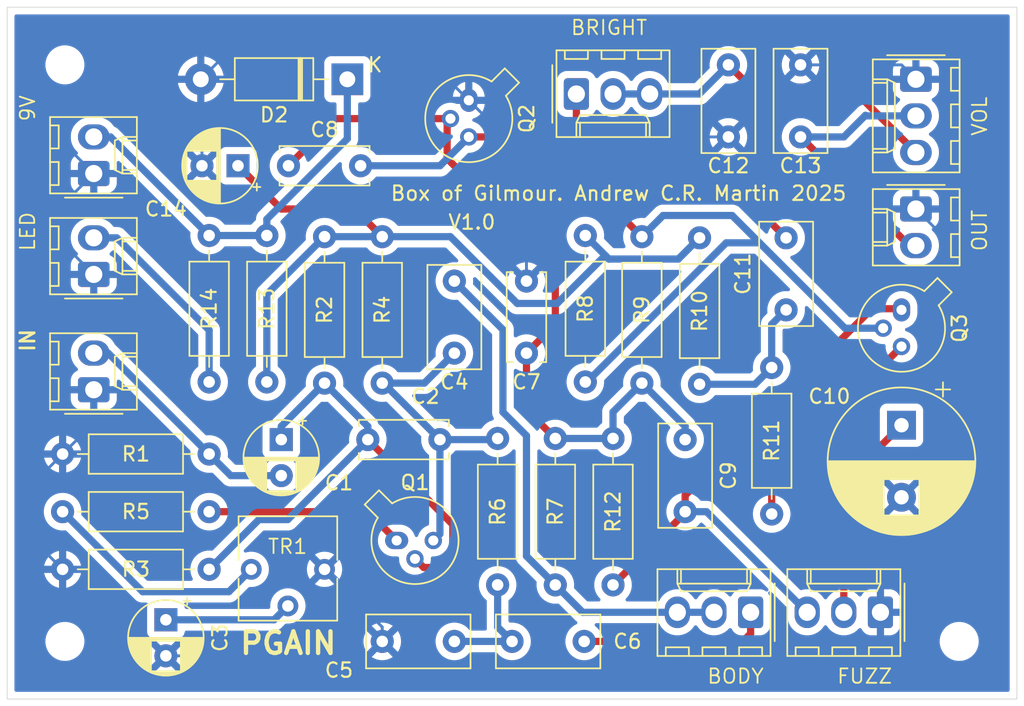
<source format=kicad_pcb>
(kicad_pcb (version 20241229) (generator "pcbnew") (generator_version "9.0")
  (layers (0 "F.Cu" signal) (2 "B.Cu" signal) (13 "F.Paste" user) (15 "B.Paste" user) (5 "F.SilkS" user "F.Silkscreen") (7 "B.SilkS" user "B.Silkscreen") (1 "F.Mask" user) (3 "B.Mask" user) (25 "Edge.Cuts" user))
  (net 0 "")
  (net 1 "Net-(J6-Pin_2)")
  (net 2 "Net-(Q1-B)")
  (net 3 "Net-(Q1-C)")
  (net 4 "Earth")
  (net 5 "Net-(C3-Pad1)")
  (net 6 "Net-(J1-Pin_2)")
  (net 7 "Net-(C5-Pad2)")
  (net 8 "Net-(J1-Pin_1)")
  (net 9 "Net-(Q2-B)")
  (net 10 "Net-(Q2-C)")
  (net 11 "Net-(J3-Pin_3)")
  (net 12 "Net-(J3-Pin_2)")
  (net 13 "Net-(J2-Pin_1)")
  (net 14 "Net-(C11-Pad1)")
  (net 15 "Net-(J2-Pin_2)")
  (net 16 "Net-(J4-Pin_2)")
  (net 17 "Net-(C14-Pad1)")
  (net 18 "+9V")
  (net 19 "Net-(J5-Pin_2)")
  (net 20 "Net-(Q1-E)")
  (net 21 "Net-(Q3-C)")
  (net 22 "Net-(R5-Pad2)")
  (footprint "Capacitor_THT:C_Disc_D6.0mm_W2.5mm_P5.00mm" (layer "F.Cu") (at 128 72 90)
    (property "Reference" "C7" (at -2 0 0) (layer "F.SilkS"))
    (property "Value" "470pF")
    (pad "1" thru_hole circle (at 0 0 90) (size 1.6 1.6) (drill 0.8) (layers "*.Cu" "*.Mask") (net 9 "Net-(Q2-B)"))
    (pad "2" thru_hole circle (at 5 0 90) (size 1.6 1.6) (drill 0.8) (layers "*.Cu" "*.Mask") (net 4 "Earth"))
  )
  (footprint "Resistor_THT:R_Axial_DIN0207_L6.3mm_D2.5mm_P10.16mm_Horizontal" (layer "F.Cu") (at 126 77.92 -90)
    (property "Reference" "R6" (at 5.08 0 90) (layer "F.SilkS"))
    (property "Value" "820R")
    (pad "1" thru_hole circle (at 0 0 270) (size 1.6 1.6) (drill 0.8) (layers "*.Cu" "*.Mask") (net 3 "Net-(Q1-C)"))
    (pad "2" thru_hole oval (at 10.16 0 270) (size 1.6 1.6) (drill 0.8) (layers "*.Cu" "*.Mask") (net 7 "Net-(C5-Pad2)"))
  )
  (footprint "Resistor_THT:R_Axial_DIN0207_L6.3mm_D2.5mm_P10.16mm_Horizontal" (layer "F.Cu") (at 106 63.84 -90)
    (property "Reference" "R14" (at 5.08 0 90) (layer "F.SilkS"))
    (property "Value" "R")
    (pad "1" thru_hole circle (at 0 0 270) (size 1.6 1.6) (drill 0.8) (layers "*.Cu" "*.Mask") (net 18 "+9V"))
    (pad "2" thru_hole oval (at 10.16 0 270) (size 1.6 1.6) (drill 0.8) (layers "*.Cu" "*.Mask") (net 19 "Net-(J5-Pin_2)"))
  )
  (footprint "Capacitor_THT:CP_Radial_D10.0mm_P5.00mm" (layer "F.Cu") (at 154 77 -90)
    (property "Reference" "C10" (at -2 5 0) (layer "F.SilkS"))
    (property "Value" "220uF")
    (pad "1" thru_hole rect (at 0 0 270) (size 2 2) (drill 1) (layers "*.Cu" "*.Mask") (net 12 "Net-(J3-Pin_2)"))
    (pad "2" thru_hole circle (at 5 0 270) (size 2 2) (drill 1) (layers "*.Cu" "*.Mask") (net 4 "Earth"))
  )
  (footprint "Resistor_THT:R_Axial_DIN0207_L6.3mm_D2.5mm_P10.16mm_Horizontal" (layer "F.Cu") (at 118 63.92 -90)
    (property "Reference" "R4" (at 5.08 0 90) (layer "F.SilkS"))
    (property "Value" "10K")
    (pad "1" thru_hole circle (at 0 0 270) (size 1.6 1.6) (drill 0.8) (layers "*.Cu" "*.Mask") (net 17 "Net-(C14-Pad1)"))
    (pad "2" thru_hole oval (at 10.16 0 270) (size 1.6 1.6) (drill 0.8) (layers "*.Cu" "*.Mask") (net 3 "Net-(Q1-C)"))
  )
  (footprint "Connector_Molex:Molex_KK-254_AE-6410-03A_1x03_P2.54mm_Vertical" (layer "F.Cu") (at 155 53 -90)
    (property "Reference" "J4" (hide yes))
    (property "Value" "Conn_01x03_Pin")
    (pad "1" thru_hole roundrect (at 0 0 270) (size 1.74 2.19) (drill 1.19) (layers "*.Cu" "*.Mask") (roundrect_rratio 0.143678) (net 4 "Earth"))
    (pad "2" thru_hole oval (at 2.54 0 270) (size 1.74 2.19) (drill 1.19) (layers "*.Cu" "*.Mask") (net 16 "Net-(J4-Pin_2)"))
    (pad "3" thru_hole oval (at 5.08 0 270) (size 1.74 2.19) (drill 1.19) (layers "*.Cu" "*.Mask") (net 15 "Net-(J2-Pin_2)"))
  )
  (footprint "Connector_Molex:Molex_KK-254_AE-6410-02A_1x02_P2.54mm_Vertical" (layer "F.Cu") (at 98 74.54 90)
    (property "Reference" "J6" (hide yes))
    (property "Value" "Conn_01x02_Pin")
    (pad "1" thru_hole roundrect (at 0 0 90) (size 1.74 2.19) (drill 1.19) (layers "*.Cu" "*.Mask") (roundrect_rratio 0.143678) (net 4 "Earth"))
    (pad "2" thru_hole oval (at 2.54 0 90) (size 1.74 2.19) (drill 1.19) (layers "*.Cu" "*.Mask") (net 1 "Net-(J6-Pin_2)"))
  )
  (footprint "Capacitor_THT:CP_Radial_D5.0mm_P2.50mm" (layer "F.Cu") (at 111 78 -90)
    (property "Reference" "C1" (at 3 -4 0) (layer "F.SilkS"))
    (property "Value" "10uF")
    (pad "1" thru_hole rect (at 0 0 270) (size 1.6 1.6) (drill 0.8) (layers "*.Cu" "*.Mask") (net 2 "Net-(Q1-B)"))
    (pad "2" thru_hole circle (at 2.5 0 270) (size 1.6 1.6) (drill 0.8) (layers "*.Cu" "*.Mask") (net 1 "Net-(J6-Pin_2)"))
  )
  (footprint "Package_TO_SOT_THT:TO-18-3" (layer "F.Cu") (at 119 85)
    (property "Reference" "Q1" (at 1.27 -4.02 0) (layer "F.SilkS"))
    (property "Value" "BC109")
    (pad "1" thru_hole oval (at 0 0) (size 1.6 1.2) (drill 0.7) (layers "*.Cu" "*.Mask") (net 20 "Net-(Q1-E)"))
    (pad "2" thru_hole circle (at 1.27 1.27) (size 1.2 1.2) (drill 0.7) (layers "*.Cu" "*.Mask") (net 2 "Net-(Q1-B)"))
    (pad "3" thru_hole circle (at 2.54 0) (size 1.2 1.2) (drill 0.7) (layers "*.Cu" "*.Mask") (net 3 "Net-(Q1-C)"))
  )
  (footprint "Capacitor_THT:C_Rect_L7.0mm_W3.5mm_P5.00mm" (layer "F.Cu") (at 123 72 90)
    (property "Reference" "C4" (at -2 0 0) (layer "F.SilkS"))
    (property "Value" "5.6nF")
    (pad "1" thru_hole circle (at 0 0 90) (size 1.6 1.6) (drill 0.8) (layers "*.Cu" "*.Mask") (net 3 "Net-(Q1-C)"))
    (pad "2" thru_hole circle (at 5 0 90) (size 1.6 1.6) (drill 0.8) (layers "*.Cu" "*.Mask") (net 6 "Net-(J1-Pin_2)"))
  )
  (footprint "Diode_THT:D_DO-41_SOD81_P10.16mm_Horizontal" (layer "F.Cu") (at 115.58 53 180)
    (property "Reference" "D2" (at 5.08 -2.47 0) (layer "F.SilkS"))
    (property "Value" "1N4001")
    (fp_text user "K" (at -1.92 1 0) (layer "F.SilkS"))
    (pad "1" thru_hole rect (at 0 0 180) (size 2.2 2.2) (drill 1.1) (layers "*.Cu" "*.Mask") (net 18 "+9V"))
    (pad "2" thru_hole oval (at 10.16 0 180) (size 2.2 2.2) (drill 1.1) (layers "*.Cu" "*.Mask") (net 4 "Earth"))
  )
  (footprint "Capacitor_THT:C_Rect_L7.0mm_W3.5mm_P5.00mm" (layer "F.Cu") (at 146 69 90)
    (property "Reference" "C11" (at 2.5 -3 90) (layer "F.SilkS"))
    (property "Value" "15nF")
    (pad "1" thru_hole circle (at 0 0 90) (size 1.6 1.6) (drill 0.8) (layers "*.Cu" "*.Mask") (net 14 "Net-(C11-Pad1)"))
    (pad "2" thru_hole circle (at 5 0 90) (size 1.6 1.6) (drill 0.8) (layers "*.Cu" "*.Mask") (net 13 "Net-(J2-Pin_1)"))
  )
  (footprint "Connector_Molex:Molex_KK-254_AE-6410-03A_1x03_P2.54mm_Vertical" (layer "F.Cu") (at 131.46 54.02)
    (property "Reference" "J2" (hide yes))
    (property "Value" "Conn_01x03_Pin")
    (pad "1" thru_hole roundrect (at 0 0) (size 1.74 2.19) (drill 1.19) (layers "*.Cu" "*.Mask") (roundrect_rratio 0.143678) (net 13 "Net-(J2-Pin_1)"))
    (pad "2" thru_hole oval (at 2.54 0) (size 1.74 2.19) (drill 1.19) (layers "*.Cu" "*.Mask") (net 15 "Net-(J2-Pin_2)"))
    (pad "3" thru_hole oval (at 5.08 0) (size 1.74 2.19) (drill 1.19) (layers "*.Cu" "*.Mask") (net 15 "Net-(J2-Pin_2)"))
  )
  (footprint "Connector_Molex:Molex_KK-254_AE-6410-03A_1x03_P2.54mm_Vertical" (layer "F.Cu") (at 152.54 89.98 180)
    (property "Reference" "J3" (hide yes))
    (property "Value" "Conn_01x03_Pin")
    (pad "1" thru_hole roundrect (at 0 0 180) (size 1.74 2.19) (drill 1.19) (layers "*.Cu" "*.Mask") (roundrect_rratio 0.143678) (net 4 "Earth"))
    (pad "2" thru_hole oval (at 2.54 0 180) (size 1.74 2.19) (drill 1.19) (layers "*.Cu" "*.Mask") (net 12 "Net-(J3-Pin_2)"))
    (pad "3" thru_hole oval (at 5.08 0 180) (size 1.74 2.19) (drill 1.19) (layers "*.Cu" "*.Mask") (net 11 "Net-(J3-Pin_3)"))
  )
  (footprint "Capacitor_THT:C_Rect_L7.0mm_W3.5mm_P5.00mm" (layer "F.Cu") (at 147 57 90)
    (property "Reference" "C13" (at -2 0 0) (layer "F.SilkS"))
    (property "Value" "2.2nF")
    (pad "1" thru_hole circle (at 0 0 90) (size 1.6 1.6) (drill 0.8) (layers "*.Cu" "*.Mask") (net 16 "Net-(J4-Pin_2)"))
    (pad "2" thru_hole circle (at 5 0 90) (size 1.6 1.6) (drill 0.8) (layers "*.Cu" "*.Mask") (net 4 "Earth"))
  )
  (footprint "Connector_Molex:Molex_KK-254_AE-6410-03A_1x03_P2.54mm_Vertical" (layer "F.Cu") (at 143.54 89.98 180)
    (property "Reference" "J1" (hide yes))
    (property "Value" "Conn_01x03_Pin")
    (pad "1" thru_hole roundrect (at 0 0 180) (size 1.74 2.19) (drill 1.19) (layers "*.Cu" "*.Mask") (roundrect_rratio 0.143678) (net 8 "Net-(J1-Pin_1)"))
    (pad "2" thru_hole oval (at 2.54 0 180) (size 1.74 2.19) (drill 1.19) (layers "*.Cu" "*.Mask") (net 6 "Net-(J1-Pin_2)"))
    (pad "3" thru_hole oval (at 5.08 0 180) (size 1.74 2.19) (drill 1.19) (layers "*.Cu" "*.Mask") (net 6 "Net-(J1-Pin_2)"))
  )
  (footprint "Resistor_THT:R_Axial_DIN0207_L6.3mm_D2.5mm_P10.16mm_Horizontal" (layer "F.Cu") (at 134 77.92 -90)
    (property "Reference" "R12" (at 5.08 0 90) (layer "F.SilkS"))
    (property "Value" "56K")
    (pad "1" thru_hole circle (at 0 0 270) (size 1.6 1.6) (drill 0.8) (layers "*.Cu" "*.Mask") (net 9 "Net-(Q2-B)"))
    (pad "2" thru_hole oval (at 10.16 0 270) (size 1.6 1.6) (drill 0.8) (layers "*.Cu" "*.Mask") (net 11 "Net-(J3-Pin_3)"))
  )
  (footprint "Capacitor_THT:CP_Radial_D5.0mm_P2.50mm" (layer "F.Cu") (at 103 90.5 -90)
    (property "Reference" "C3" (at 1.25 -3.75 90) (layer "F.SilkS"))
    (property "Value" "22uF")
    (pad "1" thru_hole rect (at 0 0 270) (size 1.6 1.6) (drill 0.8) (layers "*.Cu" "*.Mask") (net 5 "Net-(C3-Pad1)"))
    (pad "2" thru_hole circle (at 2.5 0 270) (size 1.6 1.6) (drill 0.8) (layers "*.Cu" "*.Mask") (net 4 "Earth"))
  )
  (footprint "Resistor_THT:R_Axial_DIN0207_L6.3mm_D2.5mm_P10.16mm_Horizontal" (layer "F.Cu") (at 110 63.84 -90)
    (property "Reference" "R13" (at 5.08 0 90) (layer "F.SilkS"))
    (property "Value" "100R")
    (pad "1" thru_hole circle (at 0 0 270) (size 1.6 1.6) (drill 0.8) (layers "*.Cu" "*.Mask") (net 18 "+9V"))
    (pad "2" thru_hole oval (at 10.16 0 270) (size 1.6 1.6) (drill 0.8) (layers "*.Cu" "*.Mask") (net 17 "Net-(C14-Pad1)"))
  )
  (footprint "Capacitor_THT:CP_Radial_D5.0mm_P2.50mm" (layer "F.Cu") (at 108 59 180)
    (property "Reference" "C14" (at 5 -3 0) (layer "F.SilkS"))
    (property "Value" "100uF")
    (pad "1" thru_hole rect (at 0 0 180) (size 1.6 1.6) (drill 0.8) (layers "*.Cu" "*.Mask") (net 17 "Net-(C14-Pad1)"))
    (pad "2" thru_hole circle (at 2.5 0 180) (size 1.6 1.6) (drill 0.8) (layers "*.Cu" "*.Mask") (net 4 "Earth"))
  )
  (footprint "Capacitor_THT:C_Rect_L7.0mm_W3.5mm_P5.00mm" (layer "F.Cu") (at 142 52 -90)
    (property "Reference" "C12" (at 7 0 0) (layer "F.SilkS"))
    (property "Value" "3.3nF")
    (pad "1" thru_hole circle (at 0 0 270) (size 1.6 1.6) (drill 0.8) (layers "*.Cu" "*.Mask") (net 15 "Net-(J2-Pin_2)"))
    (pad "2" thru_hole circle (at 5 0 270) (size 1.6 1.6) (drill 0.8) (layers "*.Cu" "*.Mask") (net 4 "Earth"))
  )
  (footprint "Potentiometer_THT:Potentiometer_Vishay_T73YP_Vertical" (layer "F.Cu") (at 108.92 87 -90)
    (property "Reference" "TR1(PGAIN)1" (hide yes))
    (property "Value" "2K")
    (pad "1" thru_hole circle (at 0 0 270) (size 1.44 1.44) (drill 0.8) (layers "*.Cu" "*.Mask") (net 22 "Net-(R5-Pad2)"))
    (pad "2" thru_hole circle (at 2.54 -2.54 270) (size 1.44 1.44) (drill 0.8) (layers "*.Cu" "*.Mask") (net 5 "Net-(C3-Pad1)"))
    (pad "3" thru_hole circle (at 0 -5.08 270) (size 1.44 1.44) (drill 0.8) (layers "*.Cu" "*.Mask") (net 4 "Earth"))
  )
  (footprint "Resistor_THT:R_Axial_DIN0207_L6.3mm_D2.5mm_P10.16mm_Horizontal" (layer "F.Cu") (at 140 64 -90)
    (property "Reference" "R10" (at 5.08 0 90) (layer "F.SilkS"))
    (property "Value" "2K7")
    (pad "1" thru_hole circle (at 0 0 270) (size 1.6 1.6) (drill 0.8) (layers "*.Cu" "*.Mask") (net 17 "Net-(C14-Pad1)"))
    (pad "2" thru_hole oval (at 10.16 0 270) (size 1.6 1.6) (drill 0.8) (layers "*.Cu" "*.Mask") (net 14 "Net-(C11-Pad1)"))
  )
  (footprint "Connector_Molex:Molex_KK-254_AE-6410-02A_1x02_P2.54mm_Vertical" (layer "F.Cu") (at 98 59.54 90)
    (property "Reference" "J10" (hide yes))
    (property "Value" "Conn_01x02_Pin")
    (pad "1" thru_hole roundrect (at 0 0 90) (size 1.74 2.19) (drill 1.19) (layers "*.Cu" "*.Mask") (roundrect_rratio 0.143678) (net 4 "Earth"))
    (pad "2" thru_hole oval (at 2.54 0 90) (size 1.74 2.19) (drill 1.19) (layers "*.Cu" "*.Mask") (net 18 "+9V"))
  )
  (footprint "MountingHole:MountingHole_2.2mm_M2" (layer "F.Cu") (at 158 92)
    (property "Reference" "REF**" (hide yes))
    (property "Value" "MountingHole_2.2mm_M2" (hide yes))
    (pad "" np_thru_hole circle (at 0 0) (size 2.2 2.2) (drill 2.2) (layers "*.Cu" "*.Mask"))
  )
  (footprint "Connector_Molex:Molex_KK-254_AE-6410-02A_1x02_P2.54mm_Vertical" (layer "F.Cu") (at 155 62 -90)
    (property "Reference" "J7" (hide yes))
    (property "Value" "Conn_01x02_Pin")
    (pad "1" thru_hole roundrect (at 0 0 270) (size 1.74 2.19) (drill 1.19) (layers "*.Cu" "*.Mask") (roundrect_rratio 0.143678) (net 4 "Earth"))
    (pad "2" thru_hole oval (at 2.54 0 270) (size 1.74 2.19) (drill 1.19) (layers "*.Cu" "*.Mask") (net 16 "Net-(J4-Pin_2)"))
  )
  (footprint "Package_TO_SOT_THT:TO-18-3" (layer "F.Cu") (at 154 69 -90)
    (property "Reference" "Q3" (at 1.27 -4.02 90) (layer "F.SilkS"))
    (property "Value" "BC109")
    (pad "1" thru_hole oval (at 0 0 270) (size 1.6 1.2) (drill 0.7) (layers "*.Cu" "*.Mask") (net 11 "Net-(J3-Pin_3)"))
    (pad "2" thru_hole circle (at 1.27 1.27 270) (size 1.2 1.2) (drill 0.7) (layers "*.Cu" "*.Mask") (net 10 "Net-(Q2-C)"))
    (pad "3" thru_hole circle (at 2.54 0 270) (size 1.2 1.2) (drill 0.7) (layers "*.Cu" "*.Mask") (net 21 "Net-(Q3-C)"))
  )
  (footprint "Capacitor_THT:C_Rect_L7.0mm_W3.5mm_P5.00mm" (layer "F.Cu") (at 118 92)
    (property "Reference" "C5" (at -3 2 0) (layer "F.SilkS"))
    (property "Value" "4.7nF")
    (pad "1" thru_hole circle (at 0 0) (size 1.6 1.6) (drill 0.8) (layers "*.Cu" "*.Mask") (net 4 "Earth"))
    (pad "2" thru_hole circle (at 5 0) (size 1.6 1.6) (drill 0.8) (layers "*.Cu" "*.Mask") (net 7 "Net-(C5-Pad2)"))
  )
  (footprint "Capacitor_THT:C_Disc_D6.0mm_W2.5mm_P5.00mm" (layer "F.Cu") (at 117 78)
    (property "Reference" "C2" (at 4 -3 0) (layer "F.SilkS"))
    (property "Value" "100pF")
    (pad "1" thru_hole circle (at 0 0) (size 1.6 1.6) (drill 0.8) (layers "*.Cu" "*.Mask") (net 2 "Net-(Q1-B)"))
    (pad "2" thru_hole circle (at 5 0) (size 1.6 1.6) (drill 0.8) (layers "*.Cu" "*.Mask") (net 3 "Net-(Q1-C)"))
  )
  (footprint "Capacitor_THT:C_Rect_L7.0mm_W3.5mm_P5.00mm" (layer "F.Cu") (at 127 92)
    (property "Reference" "C6" (at 8 0 0) (layer "F.SilkS"))
    (property "Value" "220nF")
    (pad "1" thru_hole circle (at 0 0) (size 1.6 1.6) (drill 0.8) (layers "*.Cu" "*.Mask") (net 7 "Net-(C5-Pad2)"))
    (pad "2" thru_hole circle (at 5 0) (size 1.6 1.6) (drill 0.8) (layers "*.Cu" "*.Mask") (net 8 "Net-(J1-Pin_1)"))
  )
  (footprint "Resistor_THT:R_Axial_DIN0207_L6.3mm_D2.5mm_P10.16mm_Horizontal" (layer "F.Cu") (at 136 74.08 90)
    (property "Reference" "R9" (at 5.08 0 90) (layer "F.SilkS"))
    (property "Value" "100K")
    (pad "1" thru_hole circle (at 0 0 90) (size 1.6 1.6) (drill 0.8) (layers "*.Cu" "*.Mask") (net 9 "Net-(Q2-B)"))
    (pad "2" thru_hole oval (at 10.16 0 90) (size 1.6 1.6) (drill 0.8) (layers "*.Cu" "*.Mask") (net 10 "Net-(Q2-C)"))
  )
  (footprint "MountingHole:MountingHole_2.2mm_M2" (layer "F.Cu") (at 96 92)
    (property "Reference" "REF**" (hide yes))
    (property "Value" "MountingHole_2.2mm_M2" (hide yes))
    (pad "" np_thru_hole circle (at 0 0) (size 2.2 2.2) (drill 2.2) (layers "*.Cu" "*.Mask"))
  )
  (footprint "Resistor_THT:R_Axial_DIN0207_L6.3mm_D2.5mm_P10.16mm_Horizontal" (layer "F.Cu") (at 114 63.92 -90)
    (property "Reference" "R2" (at 5.08 0 90) (layer "F.SilkS"))
    (property "Value" "270K")
    (pad "1" thru_hole circle (at 0 0 270) (size 1.6 1.6) (drill 0.8) (layers "*.Cu" "*.Mask") (net 17 "Net-(C14-Pad1)"))
    (pad "2" thru_hole oval (at 10.16 0 270) (size 1.6 1.6) (drill 0.8) (layers "*.Cu" "*.Mask") (net 2 "Net-(Q1-B)"))
  )
  (footprint "Resistor_THT:R_Axial_DIN0207_L6.3mm_D2.5mm_P10.16mm_Horizontal" (layer "F.Cu") (at 132.08 74 90)
    (property "Reference" "R8" (at 5.08 0 90) (layer "F.SilkS"))
    (property "Value" "56K")
    (pad "1" thru_hole circle (at 0 0 90) (size 1.6 1.6) (drill 0.8) (layers "*.Cu" "*.Mask") (net 10 "Net-(Q2-C)"))
    (pad "2" thru_hole oval (at 10.16 0 90) (size 1.6 1.6) (drill 0.8) (layers "*.Cu" "*.Mask") (net 17 "Net-(C14-Pad1)"))
  )
  (footprint "Capacitor_THT:C_Disc_D6.0mm_W2.5mm_P5.00mm" (layer "F.Cu") (at 111.5 59)
    (property "Reference" "C8" (at 2.5 -2.5 0) (layer "F.SilkS"))
    (property "Value" "220pF")
    (pad "1" thru_hole circle (at 0 0) (size 1.6 1.6) (drill 0.8) (layers "*.Cu" "*.Mask") (net 9 "Net-(Q2-B)"))
    (pad "2" thru_hole circle (at 5 0) (size 1.6 1.6) (drill 0.8) (layers "*.Cu" "*.Mask") (net 10 "Net-(Q2-C)"))
  )
  (footprint "Resistor_THT:R_Axial_DIN0207_L6.3mm_D2.5mm_P10.16mm_Horizontal" (layer "F.Cu") (at 106 83 180)
    (property "Reference" "R5" (at 5.08 0 0) (layer "F.SilkS"))
    (property "Value" "100R")
    (pad "1" thru_hole circle (at 0 0 180) (size 1.6 1.6) (drill 0.8) (layers "*.Cu" "*.Mask") (net 20 "Net-(Q1-E)"))
    (pad "2" thru_hole oval (at 10.16 0 180) (size 1.6 1.6) (drill 0.8) (layers "*.Cu" "*.Mask") (net 22 "Net-(R5-Pad2)"))
  )
  (footprint "MountingHole:MountingHole_2.2mm_M2" (layer "F.Cu") (at 96 52)
    (property "Reference" "REF**" (hide yes))
    (property "Value" "MountingHole_2.2mm_M2" (hide yes))
    (pad "" np_thru_hole circle (at 0 0) (size 2.2 2.2) (drill 2.2) (layers "*.Cu" "*.Mask"))
  )
  (footprint "Capacitor_THT:C_Rect_L7.0mm_W3.5mm_P5.00mm" (layer "F.Cu") (at 139 78 -90)
    (property "Reference" "C9" (at 2.5 -3 90) (layer "F.SilkS"))
    (property "Value" "220pF")
    (pad "1" thru_hole circle (at 0 0 270) (size 1.6 1.6) (drill 0.8) (layers "*.Cu" "*.Mask") (net 9 "Net-(Q2-B)"))
    (pad "2" thru_hole circle (at 5 0 270) (size 1.6 1.6) (drill 0.8) (layers "*.Cu" "*.Mask") (net 11 "Net-(J3-Pin_3)"))
  )
  (footprint "Package_TO_SOT_THT:TO-18-3" (layer "F.Cu") (at 124 54.46 -90)
    (property "Reference" "Q2" (at 1.27 -4.02 90) (layer "F.SilkS"))
    (property "Value" "BC109")
    (pad "1" thru_hole oval (at 0 0 270) (size 1.6 1.2) (drill 0.7) (layers "*.Cu" "*.Mask") (net 4 "Earth"))
    (pad "2" thru_hole circle (at 1.27 1.27 270) (size 1.2 1.2) (drill 0.7) (layers "*.Cu" "*.Mask") (net 9 "Net-(Q2-B)"))
    (pad "3" thru_hole circle (at 2.54 0 270) (size 1.2 1.2) (drill 0.7) (layers "*.Cu" "*.Mask") (net 10 "Net-(Q2-C)"))
  )
  (footprint "Connector_Molex:Molex_KK-254_AE-6410-02A_1x02_P2.54mm_Vertical" (layer "F.Cu") (at 98 66.54 90)
    (property "Reference" "J5" (hide yes))
    (property "Value" "Conn_01x02_Pin")
    (pad "1" thru_hole roundrect (at 0 0 90) (size 1.74 2.19) (drill 1.19) (layers "*.Cu" "*.Mask") (roundrect_rratio 0.143678) (net 4 "Earth"))
    (pad "2" thru_hole oval (at 2.54 0 90) (size 1.74 2.19) (drill 1.19) (layers "*.Cu" "*.Mask") (net 19 "Net-(J5-Pin_2)"))
  )
  (footprint "Resistor_THT:R_Axial_DIN0207_L6.3mm_D2.5mm_P10.16mm_Horizontal" (layer "F.Cu") (at 145 73 -90)
    (property "Reference" "R11" (at 5.08 0 90) (layer "F.SilkS"))
    (property "Value" "10K")
    (pad "1" thru_hole circle (at 0 0 270) (size 1.6 1.6) (drill 0.8) (layers "*.Cu" "*.Mask") (net 14 "Net-(C11-Pad1)"))
    (pad "2" thru_hole oval (at 10.16 0 270) (size 1.6 1.6) (drill 0.8) (layers "*.Cu" "*.Mask") (net 21 "Net-(Q3-C)"))
  )
  (footprint "Resistor_THT:R_Axial_DIN0207_L6.3mm_D2.5mm_P10.16mm_Horizontal" (layer "F.Cu") (at 106 87 180)
    (property "Reference" "R3" (at 5.08 0 0) (layer "F.SilkS"))
    (property "Value" "100K")
    (pad "1" thru_hole circle (at 0 0 180) (size 1.6 1.6) (drill 0.8) (layers "*.Cu" "*.Mask") (net 2 "Net-(Q1-B)"))
    (pad "2" thru_hole oval (at 10.16 0 180) (size 1.6 1.6) (drill 0.8) (layers "*.Cu" "*.Mask") (net 4 "Earth"))
  )
  (footprint "Resistor_THT:R_Axial_DIN0207_L6.3mm_D2.5mm_P10.16mm_Horizontal" (layer "F.Cu") (at 130 88.08 90)
    (property "Reference" "R7" (at 5.08 0 90) (layer "F.SilkS"))
    (property "Value" "100R")
    (pad "1" thru_hole circle (at 0 0 90) (size 1.6 1.6) (drill 0.8) (layers "*.Cu" "*.Mask") (net 6 "Net-(J1-Pin_2)"))
    (pad "2" thru_hole oval (at 10.16 0 90) (size 1.6 1.6) (drill 0.8) (layers "*.Cu" "*.Mask") (net 9 "Net-(Q2-B)"))
  )
  (footprint "Resistor_THT:R_Axial_DIN0207_L6.3mm_D2.5mm_P10.16mm_Horizontal" (layer "F.Cu") (at 106 79 180)
    (property "Reference" "R1" (at 5.08 0 0) (layer "F.SilkS"))
    (property "Value" "1M")
    (pad "1" thru_hole circle (at 0 0 180) (size 1.6 1.6) (drill 0.8) (layers "*.Cu" "*.Mask") (net 1 "Net-(J6-Pin_2)"))
    (pad "2" thru_hole oval (at 10.16 0 180) (size 1.6 1.6) (drill 0.8) (layers "*.Cu" "*.Mask") (net 4 "Earth"))
  )
  (gr_rect (start 92 48) (end 162 96) (stroke (width 0.05)) (fill no) (layer "Edge.Cuts"))
  (gr_text "BRIGHT" (at 131 50 0) (layer "F.SilkS") (effects (font (size 1 1) (thickness 0.125)) (justify left bottom)))
  (gr_text "OUT" (at 160 65 90) (layer "F.SilkS") (effects (font (size 1 1) (thickness 0.125)) (justify left bottom)))
  (gr_text "FUZZ" (at 149.46 95 0) (layer "F.SilkS") (effects (font (size 1 1) (thickness 0.125)) (justify left bottom)))
  (gr_text "VOL" (at 160 57 90) (layer "F.SilkS") (effects (font (size 1 1) (thickness 0.125)) (justify left bottom)))
  (gr_text "9V" (at 94 56 90) (layer "F.SilkS") (effects (font (size 1 1) (thickness 0.125)) (justify left bottom)))
  (gr_text "Box of Gilmour. Andrew C.R. Martin 2025" (at 118.5 61.5 0) (layer "F.SilkS") (effects (font (size 1 1)) (justify left bottom)))
  (gr_text "PGAIN" (at 108 93 0) (layer "F.SilkS") (effects (font (size 1.5 1.5) (thickness 0.3) (bold yes)) (justify left bottom)))
  (gr_text "V1.0" (at 122.5 63.5 0) (layer "F.SilkS") (effects (font (size 1 1)) (justify left bottom)))
  (gr_text "LED" (at 94 65 90) (layer "F.SilkS") (effects (font (size 1 1) (thickness 0.125)) (justify left bottom)))
  (gr_text "IN" (at 94 72 90) (layer "F.SilkS") (effects (font (size 1 1) (thickness 0.1875)) (justify left bottom)))
  (gr_text "BODY" (at 140.46 95 0) (layer "F.SilkS") (effects (font (size 1 1) (thickness 0.125)) (justify left bottom)))
  (gr_text "TR1" (at 110 86 0) (layer "F.SilkS") (effects (font (size 1 1) (thickness 0.125)) (justify left bottom)))
  (segment (start 98 72) (end 99 72) (width 0.5) (layer "B.Cu") (net 1))
  (segment (start 99 72) (end 106 79) (width 0.5) (layer "B.Cu") (net 1))
  (segment (start 107.5 80.5) (end 111 80.5) (width 0.5) (layer "B.Cu") (net 1))
  (segment (start 106 79) (end 107.5 80.5) (width 0.5) (layer "B.Cu") (net 1))
  (segment (start 122.891 83.891) (end 122.891 85.559603) (width 0.5) (layer "F.Cu") (net 2))
  (segment (start 122.891 85.559603) (end 121.580603 86.87) (width 0.5) (layer "F.Cu") (net 2))
  (segment (start 117 78) (end 122.891 83.891) (width 0.5) (layer "F.Cu") (net 2))
  (segment (start 120.87 86.87) (end 120.27 86.27) (width 0.5) (layer "F.Cu") (net 2))
  (segment (start 121.580603 86.87) (end 120.87 86.87) (width 0.5) (layer "F.Cu") (net 2))
  (segment (start 109.449 83.551) (end 111.449 83.551) (width 0.5) (layer "B.Cu") (net 2))
  (segment (start 106 87) (end 109.449 83.551) (width 0.5) (layer "B.Cu") (net 2))
  (segment (start 111 77.08) (end 114 74.08) (width 0.5) (layer "B.Cu") (net 2))
  (segment (start 111.449 83.551) (end 117 78) (width 0.5) (layer "B.Cu") (net 2))
  (segment (start 111 78) (end 111 77.08) (width 0.5) (layer "B.Cu") (net 2))
  (segment (start 114 74.08) (end 117 77.08) (width 0.5) (layer "B.Cu") (net 2))
  (segment (start 117 77.08) (end 117 78) (width 0.5) (layer "B.Cu") (net 2))
  (segment (start 122 78) (end 118.08 74.08) (width 0.5) (layer "B.Cu") (net 3))
  (segment (start 118 74.08) (end 120.92 74.08) (width 0.5) (layer "B.Cu") (net 3))
  (segment (start 122 78) (end 125.92 78) (width 0.5) (layer "B.Cu") (net 3))
  (segment (start 120.92 74.08) (end 123 72) (width 0.5) (layer "B.Cu") (net 3))
  (segment (start 122 78) (end 122 84.54) (width 0.5) (layer "B.Cu") (net 3))
  (segment (start 125.92 78) (end 126 77.92) (width 0.5) (layer "B.Cu") (net 3))
  (segment (start 118.08 74.08) (end 118 74.08) (width 0.5) (layer "B.Cu") (net 3))
  (segment (start 122 84.54) (end 121.54 85) (width 0.5) (layer "B.Cu") (net 3))
  (segment (start 128 58.46) (end 129.46 57) (width 0.2) (layer "B.Cu") (net 4))
  (segment (start 155 53) (end 158.5 53) (width 0.2) (layer "B.Cu") (net 4))
  (segment (start 124 54.46) (end 128 58.46) (width 0.2) (layer "B.Cu") (net 4))
  (segment (start 107.92 50.5) (end 120.04 50.5) (width 0.5) (layer "B.Cu") (net 4))
  (segment (start 93.5 81.34) (end 93.5 84.66) (width 0.2) (layer "B.Cu") (net 4))
  (segment (start 98 66.54) (end 95.46 66.54) (width 0.2) (layer "B.Cu") (net 4))
  (segment (start 96 61.54) (end 96 64.54) (width 0.2) (layer "B.Cu") (net 4))
  (segment (start 95.46 66.54) (end 93.5 68.5) (width 0.2) (layer "B.Cu") (net 4))
  (segment (start 98 74.54) (end 95.04 74.54) (width 0.2) (layer "B.Cu") (net 4))
  (segment (start 105.5 59) (end 105.5 53.08) (width 0.2) (layer "B.Cu") (net 4))
  (segment (start 128 58.46) (end 128 67) (width 0.2) (layer "B.Cu") (net 4))
  (segment (start 118 91) (end 118 92) (width 0.2) (layer "B.Cu") (net 4))
  (segment (start 159 77) (end 154 82) (width 0.2) (layer "B.Cu") (net 4))
  (segment (start 98 59.54) (end 96.304 57.844) (width 0.2) (layer "B.Cu") (net 4))
  (segment (start 103 93) (end 117 93) (width 0.2) (layer "B.Cu") (net 4))
  (segment (start 159 61.5) (end 158.5 62) (width 0.2) (layer "B.Cu") (net 4))
  (segment (start 104.96 59.54) (end 105.5 59) (width 0.2) (layer "B.Cu") (net 4))
  (segment (start 97 87) (end 103 93) (width 0.2) (layer "B.Cu") (net 4))
  (segment (start 96 64.54) (end 98 66.54) (width 0.2) (layer "B.Cu") (net 4))
  (segment (start 105.5 53.08) (end 105.42 53) (width 0.2) (layer "B.Cu") (net 4))
  (segment (start 142 57) (end 147 52) (width 0.2) (layer "B.Cu") (net 4))
  (segment (start 154 82) (end 152.54 83.46) (width 0.2) (layer "B.Cu") (net 4))
  (segment (start 96.304 57.844) (end 96.304 56.390692) (width 0.2) (layer "B.Cu") (net 4))
  (segment (start 158.5 53) (end 159 53.5) (width 0.2) (layer "B.Cu") (net 4))
  (segment (start 95.84 79) (end 93.5 81.34) (width 0.2) (layer "B.Cu") (net 4))
  (segment (start 93.5 84.66) (end 95.84 87) (width 0.2) (layer "B.Cu") (net 4))
  (segment (start 114 87) (end 118 91) (width 0.2) (layer "B.Cu") (net 4))
  (segment (start 102.029 55.529) (end 105.5 59) (width 0.5) (layer "B.Cu") (net 4))
  (segment (start 98 76.84) (end 95.84 79) (width 0.2) (layer "B.Cu") (net 4))
  (segment (start 152.54 83.46) (end 152.54 89.98) (width 0.2) (layer "B.Cu") (net 4))
  (segment (start 147 52) (end 154 52) (width 0.2) (layer "B.Cu") (net 4))
  (segment (start 95.04 74.54) (end 93.5 73) (width 0.2) (layer "B.Cu") (net 4))
  (segment (start 95.84 87) (end 97 87) (width 0.2) (layer "B.Cu") (net 4))
  (segment (start 154 52) (end 155 53) (width 0.2) (layer "B.Cu") (net 4))
  (segment (start 98 74.54) (end 98 76.84) (width 0.2) (layer "B.Cu") (net 4))
  (segment (start 158.5 62) (end 155 62) (width 0.2) (layer "B.Cu") (net 4))
  (segment (start 93.5 68.5) (end 93.5 73) (width 0.2) (layer "B.Cu") (net 4))
  (segment (start 129.46 57) (end 142 57) (width 0.2) (layer "B.Cu") (net 4))
  (segment (start 159 66) (end 159 77) (width 0.2) (layer "B.Cu") (net 4))
  (segment (start 96.304 56.390692) (end 97.165692 55.529) (width 0.2) (layer "B.Cu") (net 4))
  (segment (start 97.165692 55.529) (end 102.029 55.529) (width 0.2) (layer "B.Cu") (net 4))
  (segment (start 105.42 53) (end 107.92 50.5) (width 0.2) (layer "B.Cu") (net 4))
  (segment (start 159 53.5) (end 159 61.5) (width 0.2) (layer "B.Cu") (net 4))
  (segment (start 120.04 50.5) (end 124 54.46) (width 0.2) (layer "B.Cu") (net 4))
  (segment (start 155 62) (end 159 66) (width 0.2) (layer "B.Cu") (net 4))
  (segment (start 117 93) (end 118 92) (width 0.2) (layer "B.Cu") (net 4))
  (segment (start 98 59.54) (end 96 61.54) (width 0.2) (layer "B.Cu") (net 4))
  (segment (start 103 90.5) (end 110.5 90.5) (width 0.5) (layer "B.Cu") (net 5))
  (segment (start 110.5 90.5) (end 111.46 89.54) (width 0.5) (layer "B.Cu") (net 5))
  (segment (start 126.369 76.095554) (end 128 77.726554) (width 0.5) (layer "B.Cu") (net 6))
  (segment (start 131.9 89.98) (end 138.46 89.98) (width 0.5) (layer "B.Cu") (net 6))
  (segment (start 130 88.08) (end 131.9 89.98) (width 0.5) (layer "B.Cu") (net 6))
  (segment (start 123 67) (end 126.369 70.369) (width 0.5) (layer "B.Cu") (net 6))
  (segment (start 126.369 70.369) (end 126.369 76.095554) (width 0.5) (layer "B.Cu") (net 6))
  (segment (start 138.46 89.98) (end 141 89.98) (width 0.5) (layer "B.Cu") (net 6))
  (segment (start 128 86.08) (end 130 88.08) (width 0.5) (layer "B.Cu") (net 6))
  (segment (start 128 77.726554) (end 128 86.08) (width 0.5) (layer "B.Cu") (net 6))
  (segment (start 126 91) (end 127 92) (width 0.5) (layer "B.Cu") (net 7))
  (segment (start 126 88.08) (end 126 91) (width 0.5) (layer "B.Cu") (net 7))
  (segment (start 123 92) (end 127 92) (width 0.5) (layer "B.Cu") (net 7))
  (segment (start 143.54 91.46) (end 143.54 89.98) (width 0.5) (layer "F.Cu") (net 8))
  (segment (start 132 92) (end 143 92) (width 0.5) (layer "F.Cu") (net 8))
  (segment (start 143 92) (end 143.54 91.46) (width 0.5) (layer "F.Cu") (net 8))
  (segment (start 122.5 58.5) (end 130 66) (width 0.5) (layer "F.Cu") (net 9))
  (segment (start 122.73 55.73) (end 122.5 55.96) (width 0.5) (layer "F.Cu") (net 9))
  (segment (start 128 72) (end 128 75.92) (width 0.5) (layer "F.Cu") (net 9))
  (segment (start 130 66) (end 130 70) (width 0.5) (layer "F.Cu") (net 9))
  (segment (start 130 70) (end 128 72) (width 0.5) (layer "F.Cu") (net 9))
  (segment (start 114.77 55.73) (end 122.73 55.73) (width 0.5) (layer "F.Cu") (net 9))
  (segment (start 122.5 55.96) (end 122.5 58.5) (width 0.5) (layer "F.Cu") (net 9))
  (segment (start 111.5 59) (end 114.77 55.73) (width 0.5) (layer "F.Cu") (net 9))
  (segment (start 128 75.92) (end 130 77.92) (width 0.5) (layer "F.Cu") (net 9))
  (segment (start 134 76.08) (end 136 74.08) (width 0.5) (layer "B.Cu") (net 9))
  (segment (start 130 77.92) (end 134 77.92) (width 0.5) (layer "B.Cu") (net 9))
  (segment (start 136 74.08) (end 139 77.08) (width 0.5) (layer "B.Cu") (net 9))
  (segment (start 134 77.92) (end 134 76.08) (width 0.5) (layer "B.Cu") (net 9))
  (segment (start 139 77.08) (end 139 78) (width 0.5) (layer "B.Cu") (net 9))
  (segment (start 129.08 57) (end 136 63.92) (width 0.5) (layer "F.Cu") (net 10))
  (segment (start 124 57) (end 129.08 57) (width 0.5) (layer "F.Cu") (net 10))
  (segment (start 132.08 74) (end 132.193446 74) (width 0.5) (layer "B.Cu") (net 10))
  (segment (start 116.5 59) (end 122 59) (width 0.5) (layer "B.Cu") (net 10))
  (segment (start 122 59) (end 124 57) (width 0.5) (layer "B.Cu") (net 10))
  (segment (start 141.846723 64.346723) (end 144.153277 64.346723) (width 0.5) (layer "B.Cu") (net 10))
  (segment (start 137.471 62.449) (end 142.255554 62.449) (width 0.5) (layer "B.Cu") (net 10))
  (segment (start 132.193446 74) (end 141.846723 64.346723) (width 0.5) (layer "B.Cu") (net 10))
  (segment (start 136 63.92) (end 137.471 62.449) (width 0.5) (layer "B.Cu") (net 10))
  (segment (start 144.153277 64.346723) (end 150.076554 70.27) (width 0.5) (layer "B.Cu") (net 10))
  (segment (start 142.255554 62.449) (end 144.153277 64.346723) (width 0.5) (layer "B.Cu") (net 10))
  (segment (start 150.076554 70.27) (end 152.73 70.27) (width 0.5) (layer "B.Cu") (net 10))
  (segment (start 153.919 68.919) (end 154 69) (width 0.5) (layer "F.Cu") (net 11))
  (segment (start 134 88.08) (end 139 83.08) (width 0.5) (layer "F.Cu") (net 11))
  (segment (start 139 83) (end 139 81.86863) (width 0.5) (layer "F.Cu") (net 11))
  (segment (start 151.94963 68.919) (end 153.919 68.919) (width 0.5) (layer "F.Cu") (net 11))
  (segment (start 139 83.08) (end 139 83) (width 0.5) (layer "F.Cu") (net 11))
  (segment (start 139 81.86863) (end 151.94963 68.919) (width 0.5) (layer "F.Cu") (net 11))
  (segment (start 139 83) (end 140.48 83) (width 0.5) (layer "B.Cu") (net 11))
  (segment (start 140.48 83) (end 147.46 89.98) (width 0.5) (layer "B.Cu") (net 11))
  (segment (start 139 83.08) (end 139 83) (width 0.5) (layer "B.Cu") (net 11))
  (segment (start 150 81) (end 154 77) (width 0.5) (layer "F.Cu") (net 12))
  (segment (start 150 89.98) (end 150 81) (width 0.5) (layer "F.Cu") (net 12))
  (segment (start 135.5 60) (end 142 60) (width 0.5) (layer "F.Cu") (net 13))
  (segment (start 131.46 54.02) (end 131.46 55.96) (width 0.5) (layer "F.Cu") (net 13))
  (segment (start 142 60) (end 146 64) (width 0.5) (layer "F.Cu") (net 13))
  (segment (start 131.46 55.96) (end 135.5 60) (width 0.5) (layer "F.Cu") (net 13))
  (segment (start 145 73) (end 145 70) (width 0.5) (layer "B.Cu") (net 14))
  (segment (start 140 74.16) (end 143.84 74.16) (width 0.5) (layer "B.Cu") (net 14))
  (segment (start 143.84 74.16) (end 145 73) (width 0.5) (layer "B.Cu") (net 14))
  (segment (start 145 70) (end 146 69) (width 0.5) (layer "B.Cu") (net 14))
  (segment (start 142 52) (end 143.551 53.551) (width 0.5) (layer "F.Cu") (net 15))
  (segment (start 150.471 53.551) (end 155 58.08) (width 0.5) (layer "F.Cu") (net 15))
  (segment (start 143.551 53.551) (end 150.471 53.551) (width 0.5) (layer "F.Cu") (net 15))
  (segment (start 136.54 54.02) (end 139.98 54.02) (width 0.5) (layer "B.Cu") (net 15))
  (segment (start 139.98 54.02) (end 142 52) (width 0.5) (layer "B.Cu") (net 15))
  (segment (start 134 54.02) (end 136.54 54.02) (width 0.5) (layer "B.Cu") (net 15))
  (segment (start 147 57) (end 154.54 64.54) (width 0.5) (layer "F.Cu") (net 16))
  (segment (start 154.54 64.54) (end 155 64.54) (width 0.5) (layer "F.Cu") (net 16))
  (segment (start 147 57) (end 150 57) (width 0.5) (layer "B.Cu") (net 16))
  (segment (start 151.5 55.5) (end 151.54 55.54) (width 0.5) (layer "B.Cu") (net 16))
  (segment (start 151.54 55.54) (end 155 55.54) (width 0.5) (layer "B.Cu") (net 16))
  (segment (start 150 57) (end 151.5 55.5) (width 0.5) (layer "B.Cu") (net 16))
  (segment (start 111 62) (end 116.08 62) (width 0.5) (layer "F.Cu") (net 17))
  (segment (start 116.08 62) (end 118 63.92) (width 0.5) (layer "F.Cu") (net 17))
  (segment (start 108 59) (end 111 62) (width 0.5) (layer "F.Cu") (net 17))
  (segment (start 110 74) (end 110 67.92) (width 0.5) (layer "B.Cu") (net 17))
  (segment (start 130.129546 68.551) (end 133.460273 65.220273) (width 0.5) (layer "B.Cu") (net 17))
  (segment (start 138.529 65.471) (end 140 64) (width 0.5) (layer "B.Cu") (net 17))
  (segment (start 122.726554 63.92) (end 127.357554 68.551) (width 0.5) (layer "B.Cu") (net 17))
  (segment (start 127.357554 68.551) (end 130.129546 68.551) (width 0.5) (layer "B.Cu") (net 17))
  (segment (start 133.711 65.471) (end 138.529 65.471) (width 0.5) (layer "B.Cu") (net 17))
  (segment (start 133.711 65.471) (end 132.08 63.84) (width 0.5) (layer "B.Cu") (net 17))
  (segment (start 118 63.92) (end 122.726554 63.92) (width 0.5) (layer "B.Cu") (net 17))
  (segment (start 110 67.92) (end 114 63.92) (width 0.5) (layer "B.Cu") (net 17))
  (segment (start 133.460273 65.220273) (end 133.711 65.471) (width 0.5) (layer "B.Cu") (net 17))
  (segment (start 114 63.92) (end 118 63.92) (width 0.5) (layer "B.Cu") (net 17))
  (segment (start 98 57) (end 99.16 57) (width 0.5) (layer "B.Cu") (net 18))
  (segment (start 99.16 57) (end 106 63.84) (width 0.5) (layer "B.Cu") (net 18))
  (segment (start 106 63.84) (end 110 63.84) (width 0.5) (layer "B.Cu") (net 18))
  (segment (start 110 62.70863) (end 115.58 57.12863) (width 0.5) (layer "B.Cu") (net 18))
  (segment (start 115.58 57.12863) (end 115.58 53) (width 0.5) (layer "B.Cu") (net 18))
  (segment (start 110 63.84) (end 110 62.70863) (width 0.5) (layer "B.Cu") (net 18))
  (segment (start 99.595 64) (end 106 70.405) (width 0.5) (layer "B.Cu") (net 19))
  (segment (start 106 70.405) (end 106 74) (width 0.5) (layer "B.Cu") (net 19))
  (segment (start 98 64) (end 99.595 64) (width 0.5) (layer "B.Cu") (net 19))
  (segment (start 106 83) (end 117 83) (width 0.5) (layer "F.Cu") (net 20))
  (segment (start 117 83) (end 119 85) (width 0.5) (layer "F.Cu") (net 20))
  (segment (start 145 83.16) (end 145 80.54) (width 0.5) (layer "F.Cu") (net 21))
  (segment (start 145 80.54) (end 154 71.54) (width 0.5) (layer "F.Cu") (net 21))
  (segment (start 101.391 88.551) (end 107.369 88.551) (width 0.5) (layer "B.Cu") (net 22))
  (segment (start 95.84 83) (end 101.391 88.551) (width 0.5) (layer "B.Cu") (net 22))
  (segment (start 107.369 88.551) (end 108.92 87) (width 0.5) (layer "B.Cu") (net 22))
  (zone (net 4) (net_name "Earth") (layer "B.Cu") (connect_pads (clearance 0.5)) (min_thickness 0.25) (fill yes (thermal_gap 0.5) (thermal_bridge_width 0.5))
    (polygon (pts (xy 91.5 47.5) (xy 162.5 47.5) (xy 162.5 96.5) (xy 91.5 96.5)))
  )
)
</source>
